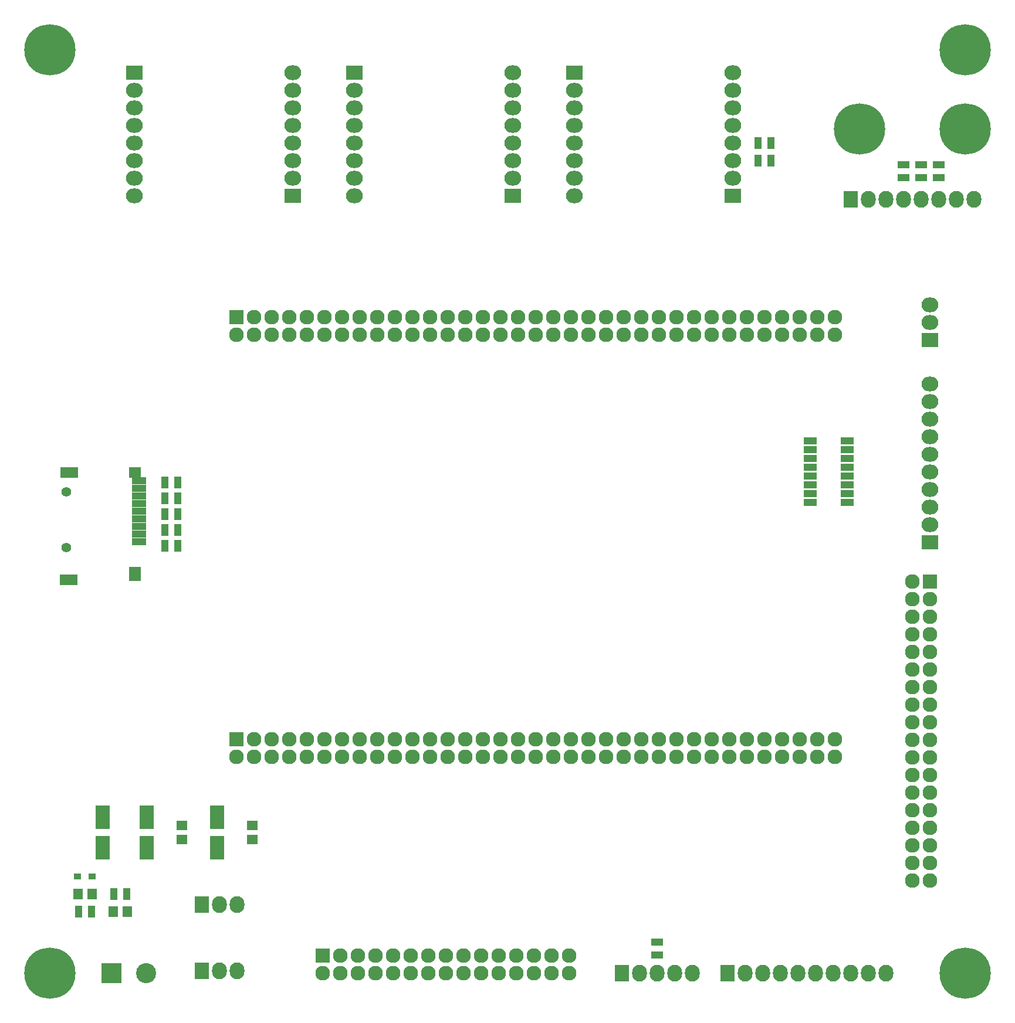
<source format=gbr>
G04 #@! TF.FileFunction,Soldermask,Top*
%FSLAX46Y46*%
G04 Gerber Fmt 4.6, Leading zero omitted, Abs format (unit mm)*
G04 Created by KiCad (PCBNEW 4.0.5) date 02/11/17 17:25:21*
%MOMM*%
%LPD*%
G01*
G04 APERTURE LIST*
%ADD10C,0.100000*%
%ADD11R,1.400000X1.650000*%
%ADD12R,2.000000X3.400000*%
%ADD13R,1.650000X1.400000*%
%ADD14R,1.000000X0.850000*%
%ADD15R,2.127200X2.127200*%
%ADD16O,2.127200X2.127200*%
%ADD17R,2.900000X2.900000*%
%ADD18C,2.900000*%
%ADD19R,2.127200X2.432000*%
%ADD20O,2.127200X2.432000*%
%ADD21R,2.432000X2.127200*%
%ADD22O,2.432000X2.127200*%
%ADD23R,1.100000X1.700000*%
%ADD24R,1.700000X1.100000*%
%ADD25R,1.900000X1.000000*%
%ADD26R,2.000000X1.100000*%
%ADD27R,1.800000X1.600000*%
%ADD28R,1.800000X2.000000*%
%ADD29R,2.600000X1.600000*%
%ADD30C,1.400000*%
%ADD31C,7.400000*%
%ADD32C,1.000000*%
G04 APERTURE END LIST*
D10*
D11*
X40910000Y-148590000D03*
X42910000Y-148590000D03*
D12*
X44450000Y-141900000D03*
X44450000Y-137500000D03*
D11*
X45990000Y-151130000D03*
X47990000Y-151130000D03*
D12*
X60960000Y-141900000D03*
X60960000Y-137500000D03*
X50800000Y-141900000D03*
X50800000Y-137500000D03*
D13*
X66040000Y-140700000D03*
X66040000Y-138700000D03*
X55880000Y-140700000D03*
X55880000Y-138700000D03*
D14*
X40860000Y-146050000D03*
X42960000Y-146050000D03*
D15*
X63754000Y-126238000D03*
D16*
X63754000Y-128778000D03*
X66294000Y-126238000D03*
X66294000Y-128778000D03*
X68834000Y-126238000D03*
X68834000Y-128778000D03*
X71374000Y-126238000D03*
X71374000Y-128778000D03*
X73914000Y-126238000D03*
X73914000Y-128778000D03*
X76454000Y-126238000D03*
X76454000Y-128778000D03*
X78994000Y-126238000D03*
X78994000Y-128778000D03*
X81534000Y-126238000D03*
X81534000Y-128778000D03*
X84074000Y-126238000D03*
X84074000Y-128778000D03*
X86614000Y-126238000D03*
X86614000Y-128778000D03*
X89154000Y-126238000D03*
X89154000Y-128778000D03*
X91694000Y-126238000D03*
X91694000Y-128778000D03*
X94234000Y-126238000D03*
X94234000Y-128778000D03*
X96774000Y-126238000D03*
X96774000Y-128778000D03*
X99314000Y-126238000D03*
X99314000Y-128778000D03*
X101854000Y-126238000D03*
X101854000Y-128778000D03*
X104394000Y-126238000D03*
X104394000Y-128778000D03*
X106934000Y-126238000D03*
X106934000Y-128778000D03*
X109474000Y-126238000D03*
X109474000Y-128778000D03*
X112014000Y-126238000D03*
X112014000Y-128778000D03*
X114554000Y-126238000D03*
X114554000Y-128778000D03*
X117094000Y-126238000D03*
X117094000Y-128778000D03*
X119634000Y-126238000D03*
X119634000Y-128778000D03*
X122174000Y-126238000D03*
X122174000Y-128778000D03*
X124714000Y-126238000D03*
X124714000Y-128778000D03*
X127254000Y-126238000D03*
X127254000Y-128778000D03*
X129794000Y-126238000D03*
X129794000Y-128778000D03*
X132334000Y-126238000D03*
X132334000Y-128778000D03*
X134874000Y-126238000D03*
X134874000Y-128778000D03*
X137414000Y-126238000D03*
X137414000Y-128778000D03*
X139954000Y-126238000D03*
X139954000Y-128778000D03*
X142494000Y-126238000D03*
X142494000Y-128778000D03*
X145034000Y-126238000D03*
X145034000Y-128778000D03*
X147574000Y-126238000D03*
X147574000Y-128778000D03*
X150114000Y-126238000D03*
X150114000Y-128778000D03*
D17*
X45720000Y-160020000D03*
D18*
X50720000Y-160020000D03*
D19*
X152400000Y-48260000D03*
D20*
X154940000Y-48260000D03*
X157480000Y-48260000D03*
X160020000Y-48260000D03*
X162560000Y-48260000D03*
X165100000Y-48260000D03*
X167640000Y-48260000D03*
X170180000Y-48260000D03*
D15*
X63754000Y-65278000D03*
D16*
X63754000Y-67818000D03*
X66294000Y-65278000D03*
X66294000Y-67818000D03*
X68834000Y-65278000D03*
X68834000Y-67818000D03*
X71374000Y-65278000D03*
X71374000Y-67818000D03*
X73914000Y-65278000D03*
X73914000Y-67818000D03*
X76454000Y-65278000D03*
X76454000Y-67818000D03*
X78994000Y-65278000D03*
X78994000Y-67818000D03*
X81534000Y-65278000D03*
X81534000Y-67818000D03*
X84074000Y-65278000D03*
X84074000Y-67818000D03*
X86614000Y-65278000D03*
X86614000Y-67818000D03*
X89154000Y-65278000D03*
X89154000Y-67818000D03*
X91694000Y-65278000D03*
X91694000Y-67818000D03*
X94234000Y-65278000D03*
X94234000Y-67818000D03*
X96774000Y-65278000D03*
X96774000Y-67818000D03*
X99314000Y-65278000D03*
X99314000Y-67818000D03*
X101854000Y-65278000D03*
X101854000Y-67818000D03*
X104394000Y-65278000D03*
X104394000Y-67818000D03*
X106934000Y-65278000D03*
X106934000Y-67818000D03*
X109474000Y-65278000D03*
X109474000Y-67818000D03*
X112014000Y-65278000D03*
X112014000Y-67818000D03*
X114554000Y-65278000D03*
X114554000Y-67818000D03*
X117094000Y-65278000D03*
X117094000Y-67818000D03*
X119634000Y-65278000D03*
X119634000Y-67818000D03*
X122174000Y-65278000D03*
X122174000Y-67818000D03*
X124714000Y-65278000D03*
X124714000Y-67818000D03*
X127254000Y-65278000D03*
X127254000Y-67818000D03*
X129794000Y-65278000D03*
X129794000Y-67818000D03*
X132334000Y-65278000D03*
X132334000Y-67818000D03*
X134874000Y-65278000D03*
X134874000Y-67818000D03*
X137414000Y-65278000D03*
X137414000Y-67818000D03*
X139954000Y-65278000D03*
X139954000Y-67818000D03*
X142494000Y-65278000D03*
X142494000Y-67818000D03*
X145034000Y-65278000D03*
X145034000Y-67818000D03*
X147574000Y-65278000D03*
X147574000Y-67818000D03*
X150114000Y-65278000D03*
X150114000Y-67818000D03*
D19*
X134620000Y-160020000D03*
D20*
X137160000Y-160020000D03*
X139700000Y-160020000D03*
X142240000Y-160020000D03*
X144780000Y-160020000D03*
X147320000Y-160020000D03*
X149860000Y-160020000D03*
X152400000Y-160020000D03*
X154940000Y-160020000D03*
X157480000Y-160020000D03*
D19*
X119380000Y-160020000D03*
D20*
X121920000Y-160020000D03*
X124460000Y-160020000D03*
X127000000Y-160020000D03*
X129540000Y-160020000D03*
D21*
X49022000Y-29972000D03*
D22*
X49022000Y-32512000D03*
X49022000Y-35052000D03*
X49022000Y-37592000D03*
X49022000Y-40132000D03*
X49022000Y-42672000D03*
X49022000Y-45212000D03*
X49022000Y-47752000D03*
D21*
X80772000Y-29972000D03*
D22*
X80772000Y-32512000D03*
X80772000Y-35052000D03*
X80772000Y-37592000D03*
X80772000Y-40132000D03*
X80772000Y-42672000D03*
X80772000Y-45212000D03*
X80772000Y-47752000D03*
D21*
X112522000Y-29972000D03*
D22*
X112522000Y-32512000D03*
X112522000Y-35052000D03*
X112522000Y-37592000D03*
X112522000Y-40132000D03*
X112522000Y-42672000D03*
X112522000Y-45212000D03*
X112522000Y-47752000D03*
D21*
X71882000Y-47752000D03*
D22*
X71882000Y-45212000D03*
X71882000Y-42672000D03*
X71882000Y-40132000D03*
X71882000Y-37592000D03*
X71882000Y-35052000D03*
X71882000Y-32512000D03*
X71882000Y-29972000D03*
D21*
X103632000Y-47752000D03*
D22*
X103632000Y-45212000D03*
X103632000Y-42672000D03*
X103632000Y-40132000D03*
X103632000Y-37592000D03*
X103632000Y-35052000D03*
X103632000Y-32512000D03*
X103632000Y-29972000D03*
D21*
X135382000Y-47752000D03*
D22*
X135382000Y-45212000D03*
X135382000Y-42672000D03*
X135382000Y-40132000D03*
X135382000Y-37592000D03*
X135382000Y-35052000D03*
X135382000Y-32512000D03*
X135382000Y-29972000D03*
D23*
X55306000Y-89154000D03*
X53406000Y-89154000D03*
X55306000Y-91440000D03*
X53406000Y-91440000D03*
X55306000Y-93726000D03*
X53406000Y-93726000D03*
X55306000Y-96012000D03*
X53406000Y-96012000D03*
X55306000Y-98298000D03*
X53406000Y-98298000D03*
D24*
X160020000Y-43246000D03*
X160020000Y-45146000D03*
X162560000Y-43246000D03*
X162560000Y-45146000D03*
X165100000Y-45146000D03*
X165100000Y-43246000D03*
D23*
X46040000Y-148590000D03*
X47940000Y-148590000D03*
X40960000Y-151130000D03*
X42860000Y-151130000D03*
D24*
X124460000Y-157414000D03*
X124460000Y-155514000D03*
D23*
X140904000Y-42672000D03*
X139004000Y-42672000D03*
X140904000Y-40132000D03*
X139004000Y-40132000D03*
D25*
X146525000Y-83185000D03*
X146525000Y-84455000D03*
X146525000Y-85725000D03*
X146525000Y-86995000D03*
X146525000Y-88265000D03*
X146525000Y-89535000D03*
X146525000Y-90805000D03*
X146525000Y-92075000D03*
X151925000Y-92075000D03*
X151925000Y-90805000D03*
X151925000Y-89535000D03*
X151925000Y-88265000D03*
X151925000Y-86995000D03*
X151925000Y-85725000D03*
X151925000Y-84455000D03*
X151925000Y-83185000D03*
D26*
X49746000Y-90054000D03*
X49746000Y-91154000D03*
X49746000Y-92254000D03*
X49746000Y-93354000D03*
X49746000Y-94454000D03*
X49746000Y-95554000D03*
X49746000Y-96654000D03*
X49746000Y-97754000D03*
D27*
X49146000Y-87754000D03*
D28*
X49146000Y-102354000D03*
D29*
X39546000Y-103254000D03*
X39646000Y-87754000D03*
D26*
X49746000Y-88954000D03*
D30*
X39246000Y-90554000D03*
X39246000Y-98554000D03*
D19*
X58737500Y-150177500D03*
D20*
X61277500Y-150177500D03*
X63817500Y-150177500D03*
D19*
X58737500Y-159702500D03*
D20*
X61277500Y-159702500D03*
X63817500Y-159702500D03*
D21*
X163830000Y-68580000D03*
D22*
X163830000Y-66040000D03*
X163830000Y-63500000D03*
D21*
X163830000Y-97790000D03*
D22*
X163830000Y-95250000D03*
X163830000Y-92710000D03*
X163830000Y-90170000D03*
X163830000Y-87630000D03*
X163830000Y-85090000D03*
X163830000Y-82550000D03*
X163830000Y-80010000D03*
X163830000Y-77470000D03*
X163830000Y-74930000D03*
D15*
X163830000Y-103505000D03*
D16*
X161290000Y-103505000D03*
X163830000Y-106045000D03*
X161290000Y-106045000D03*
X163830000Y-108585000D03*
X161290000Y-108585000D03*
X163830000Y-111125000D03*
X161290000Y-111125000D03*
X163830000Y-113665000D03*
X161290000Y-113665000D03*
X163830000Y-116205000D03*
X161290000Y-116205000D03*
X163830000Y-118745000D03*
X161290000Y-118745000D03*
X163830000Y-121285000D03*
X161290000Y-121285000D03*
X163830000Y-123825000D03*
X161290000Y-123825000D03*
X163830000Y-126365000D03*
X161290000Y-126365000D03*
X163830000Y-128905000D03*
X161290000Y-128905000D03*
X163830000Y-131445000D03*
X161290000Y-131445000D03*
X163830000Y-133985000D03*
X161290000Y-133985000D03*
X163830000Y-136525000D03*
X161290000Y-136525000D03*
X163830000Y-139065000D03*
X161290000Y-139065000D03*
X163830000Y-141605000D03*
X161290000Y-141605000D03*
X163830000Y-144145000D03*
X161290000Y-144145000D03*
X163830000Y-146685000D03*
X161290000Y-146685000D03*
D15*
X76200000Y-157480000D03*
D16*
X76200000Y-160020000D03*
X78740000Y-157480000D03*
X78740000Y-160020000D03*
X81280000Y-157480000D03*
X81280000Y-160020000D03*
X83820000Y-157480000D03*
X83820000Y-160020000D03*
X86360000Y-157480000D03*
X86360000Y-160020000D03*
X88900000Y-157480000D03*
X88900000Y-160020000D03*
X91440000Y-157480000D03*
X91440000Y-160020000D03*
X93980000Y-157480000D03*
X93980000Y-160020000D03*
X96520000Y-157480000D03*
X96520000Y-160020000D03*
X99060000Y-157480000D03*
X99060000Y-160020000D03*
X101600000Y-157480000D03*
X101600000Y-160020000D03*
X104140000Y-157480000D03*
X104140000Y-160020000D03*
X106680000Y-157480000D03*
X106680000Y-160020000D03*
X109220000Y-157480000D03*
X109220000Y-160020000D03*
X111760000Y-157480000D03*
X111760000Y-160020000D03*
D31*
X36830000Y-26670000D03*
D32*
X39455000Y-26670000D03*
X38686155Y-28526155D03*
X36830000Y-29295000D03*
X34973845Y-28526155D03*
X34205000Y-26670000D03*
X34973845Y-24813845D03*
X36830000Y-24045000D03*
X38686155Y-24813845D03*
D31*
X168910000Y-26670000D03*
D32*
X171535000Y-26670000D03*
X170766155Y-28526155D03*
X168910000Y-29295000D03*
X167053845Y-28526155D03*
X166285000Y-26670000D03*
X167053845Y-24813845D03*
X168910000Y-24045000D03*
X170766155Y-24813845D03*
D31*
X168910000Y-160020000D03*
D32*
X171535000Y-160020000D03*
X170766155Y-161876155D03*
X168910000Y-162645000D03*
X167053845Y-161876155D03*
X166285000Y-160020000D03*
X167053845Y-158163845D03*
X168910000Y-157395000D03*
X170766155Y-158163845D03*
D31*
X36830000Y-160020000D03*
D32*
X39455000Y-160020000D03*
X38686155Y-161876155D03*
X36830000Y-162645000D03*
X34973845Y-161876155D03*
X34205000Y-160020000D03*
X34973845Y-158163845D03*
X36830000Y-157395000D03*
X38686155Y-158163845D03*
D31*
X168910000Y-38100000D03*
D32*
X171535000Y-38100000D03*
X170766155Y-39956155D03*
X168910000Y-40725000D03*
X167053845Y-39956155D03*
X166285000Y-38100000D03*
X167053845Y-36243845D03*
X168910000Y-35475000D03*
X170766155Y-36243845D03*
D31*
X153670000Y-38100000D03*
D32*
X156295000Y-38100000D03*
X155526155Y-39956155D03*
X153670000Y-40725000D03*
X151813845Y-39956155D03*
X151045000Y-38100000D03*
X151813845Y-36243845D03*
X153670000Y-35475000D03*
X155526155Y-36243845D03*
M02*

</source>
